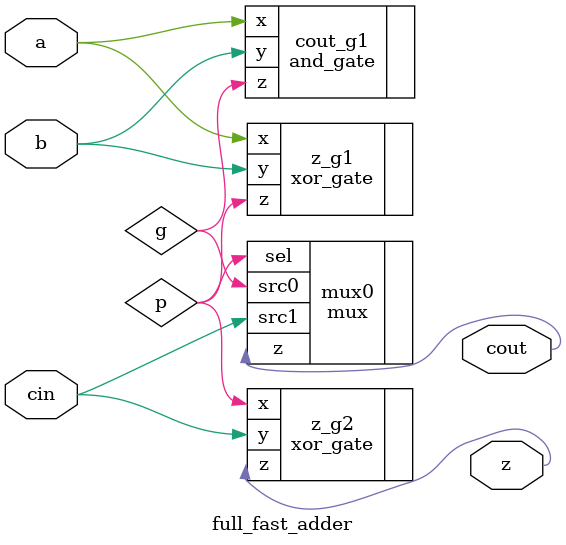
<source format=v>
module full_fast_adder(a, b, cin, z, cout);
	// Define single-bit inputs
	input a; // Operator A (1b)
	input b; // Operator B (1b)
	input cin; // Carry-in (1b)
	// Define single-bit outputs
	output wire z; // Result (1b)
	output wire cout; // Carry-out (1b)

	// Define internal wires
	wire p; // Propagate carry out (for carry look-ahead)
	wire g; // Generate carry out (for carry look-ahead)

	// Define result
	xor_gate z_g1 (.x(a), .y(b), .z(p));
	xor_gate z_g2 (.x(p), .y(cin), .z(z));

	// Define carry out
	and_gate cout_g1 (.x(a), .y(b), .z(g));
	
	// Use MUX 
	mux mux0 (.sel(p), .src0(g), .src1(cin), .z(cout));


endmodule
</source>
